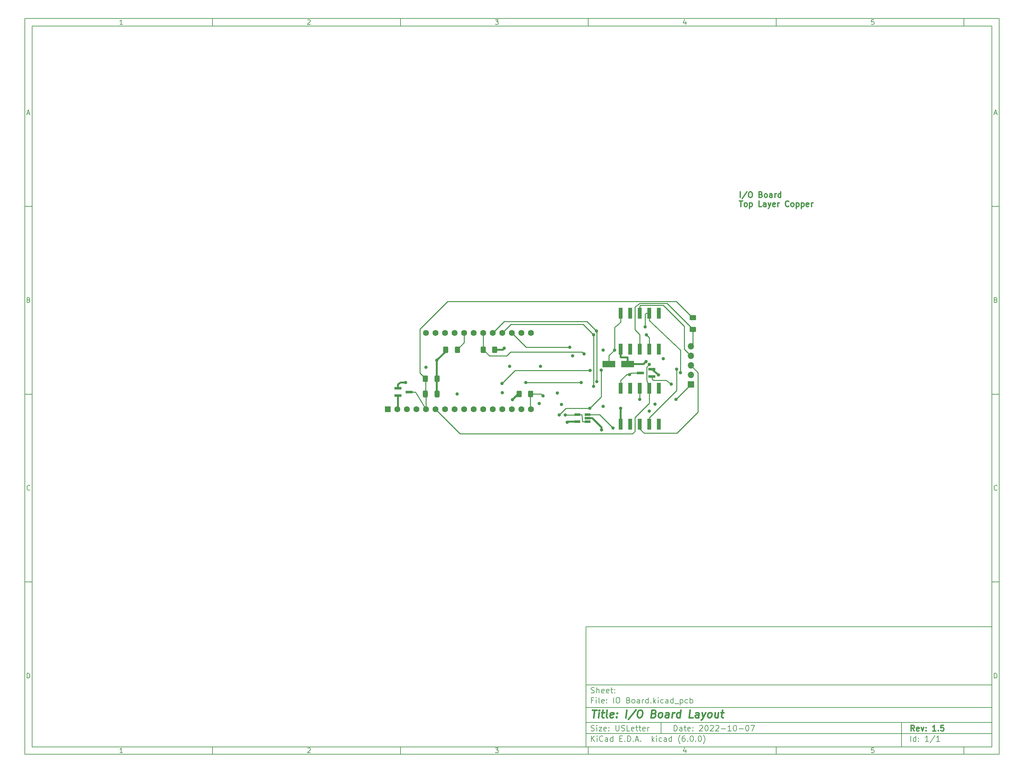
<source format=gbr>
G04 #@! TF.GenerationSoftware,KiCad,Pcbnew,(6.0.0)*
G04 #@! TF.CreationDate,2023-02-09T15:45:20-05:00*
G04 #@! TF.ProjectId,IO Board,494f2042-6f61-4726-942e-6b696361645f,1.5*
G04 #@! TF.SameCoordinates,Original*
G04 #@! TF.FileFunction,Copper,L1,Top*
G04 #@! TF.FilePolarity,Positive*
%FSLAX46Y46*%
G04 Gerber Fmt 4.6, Leading zero omitted, Abs format (unit mm)*
G04 Created by KiCad (PCBNEW (6.0.0)) date 2023-02-09 15:45:20*
%MOMM*%
%LPD*%
G01*
G04 APERTURE LIST*
G04 Aperture macros list*
%AMRoundRect*
0 Rectangle with rounded corners*
0 $1 Rounding radius*
0 $2 $3 $4 $5 $6 $7 $8 $9 X,Y pos of 4 corners*
0 Add a 4 corners polygon primitive as box body*
4,1,4,$2,$3,$4,$5,$6,$7,$8,$9,$2,$3,0*
0 Add four circle primitives for the rounded corners*
1,1,$1+$1,$2,$3*
1,1,$1+$1,$4,$5*
1,1,$1+$1,$6,$7*
1,1,$1+$1,$8,$9*
0 Add four rect primitives between the rounded corners*
20,1,$1+$1,$2,$3,$4,$5,0*
20,1,$1+$1,$4,$5,$6,$7,0*
20,1,$1+$1,$6,$7,$8,$9,0*
20,1,$1+$1,$8,$9,$2,$3,0*%
G04 Aperture macros list end*
%ADD10C,0.100000*%
%ADD11C,0.150000*%
%ADD12C,0.300000*%
%ADD13C,0.400000*%
G04 #@! TA.AperFunction,NonConductor*
%ADD14C,0.300000*%
G04 #@! TD*
G04 #@! TA.AperFunction,SMDPad,CuDef*
%ADD15R,1.900000X0.800000*%
G04 #@! TD*
G04 #@! TA.AperFunction,SMDPad,CuDef*
%ADD16RoundRect,0.250000X0.400000X0.625000X-0.400000X0.625000X-0.400000X-0.625000X0.400000X-0.625000X0*%
G04 #@! TD*
G04 #@! TA.AperFunction,SMDPad,CuDef*
%ADD17RoundRect,0.250000X-0.400000X-0.625000X0.400000X-0.625000X0.400000X0.625000X-0.400000X0.625000X0*%
G04 #@! TD*
G04 #@! TA.AperFunction,SMDPad,CuDef*
%ADD18RoundRect,0.250000X-0.625000X0.400000X-0.625000X-0.400000X0.625000X-0.400000X0.625000X0.400000X0*%
G04 #@! TD*
G04 #@! TA.AperFunction,ComponentPad*
%ADD19R,1.600000X1.600000*%
G04 #@! TD*
G04 #@! TA.AperFunction,ComponentPad*
%ADD20C,1.600000*%
G04 #@! TD*
G04 #@! TA.AperFunction,SMDPad,CuDef*
%ADD21RoundRect,0.250000X-0.412500X-0.650000X0.412500X-0.650000X0.412500X0.650000X-0.412500X0.650000X0*%
G04 #@! TD*
G04 #@! TA.AperFunction,ComponentPad*
%ADD22R,1.700000X1.700000*%
G04 #@! TD*
G04 #@! TA.AperFunction,ComponentPad*
%ADD23O,1.700000X1.700000*%
G04 #@! TD*
G04 #@! TA.AperFunction,SMDPad,CuDef*
%ADD24R,3.500000X1.800000*%
G04 #@! TD*
G04 #@! TA.AperFunction,SMDPad,CuDef*
%ADD25R,1.000000X3.000000*%
G04 #@! TD*
G04 #@! TA.AperFunction,SMDPad,CuDef*
%ADD26R,1.560000X0.650000*%
G04 #@! TD*
G04 #@! TA.AperFunction,ViaPad*
%ADD27C,0.889000*%
G04 #@! TD*
G04 #@! TA.AperFunction,Conductor*
%ADD28C,0.508000*%
G04 #@! TD*
G04 #@! TA.AperFunction,Conductor*
%ADD29C,0.254000*%
G04 #@! TD*
G04 APERTURE END LIST*
D10*
D11*
X159400000Y-171900000D02*
X159400000Y-203900000D01*
X267400000Y-203900000D01*
X267400000Y-171900000D01*
X159400000Y-171900000D01*
D10*
D11*
X10000000Y-10000000D02*
X10000000Y-205900000D01*
X269400000Y-205900000D01*
X269400000Y-10000000D01*
X10000000Y-10000000D01*
D10*
D11*
X12000000Y-12000000D02*
X12000000Y-203900000D01*
X267400000Y-203900000D01*
X267400000Y-12000000D01*
X12000000Y-12000000D01*
D10*
D11*
X60000000Y-12000000D02*
X60000000Y-10000000D01*
D10*
D11*
X110000000Y-12000000D02*
X110000000Y-10000000D01*
D10*
D11*
X160000000Y-12000000D02*
X160000000Y-10000000D01*
D10*
D11*
X210000000Y-12000000D02*
X210000000Y-10000000D01*
D10*
D11*
X260000000Y-12000000D02*
X260000000Y-10000000D01*
D10*
D11*
X36065476Y-11588095D02*
X35322619Y-11588095D01*
X35694047Y-11588095D02*
X35694047Y-10288095D01*
X35570238Y-10473809D01*
X35446428Y-10597619D01*
X35322619Y-10659523D01*
D10*
D11*
X85322619Y-10411904D02*
X85384523Y-10350000D01*
X85508333Y-10288095D01*
X85817857Y-10288095D01*
X85941666Y-10350000D01*
X86003571Y-10411904D01*
X86065476Y-10535714D01*
X86065476Y-10659523D01*
X86003571Y-10845238D01*
X85260714Y-11588095D01*
X86065476Y-11588095D01*
D10*
D11*
X135260714Y-10288095D02*
X136065476Y-10288095D01*
X135632142Y-10783333D01*
X135817857Y-10783333D01*
X135941666Y-10845238D01*
X136003571Y-10907142D01*
X136065476Y-11030952D01*
X136065476Y-11340476D01*
X136003571Y-11464285D01*
X135941666Y-11526190D01*
X135817857Y-11588095D01*
X135446428Y-11588095D01*
X135322619Y-11526190D01*
X135260714Y-11464285D01*
D10*
D11*
X185941666Y-10721428D02*
X185941666Y-11588095D01*
X185632142Y-10226190D02*
X185322619Y-11154761D01*
X186127380Y-11154761D01*
D10*
D11*
X236003571Y-10288095D02*
X235384523Y-10288095D01*
X235322619Y-10907142D01*
X235384523Y-10845238D01*
X235508333Y-10783333D01*
X235817857Y-10783333D01*
X235941666Y-10845238D01*
X236003571Y-10907142D01*
X236065476Y-11030952D01*
X236065476Y-11340476D01*
X236003571Y-11464285D01*
X235941666Y-11526190D01*
X235817857Y-11588095D01*
X235508333Y-11588095D01*
X235384523Y-11526190D01*
X235322619Y-11464285D01*
D10*
D11*
X60000000Y-203900000D02*
X60000000Y-205900000D01*
D10*
D11*
X110000000Y-203900000D02*
X110000000Y-205900000D01*
D10*
D11*
X160000000Y-203900000D02*
X160000000Y-205900000D01*
D10*
D11*
X210000000Y-203900000D02*
X210000000Y-205900000D01*
D10*
D11*
X260000000Y-203900000D02*
X260000000Y-205900000D01*
D10*
D11*
X36065476Y-205488095D02*
X35322619Y-205488095D01*
X35694047Y-205488095D02*
X35694047Y-204188095D01*
X35570238Y-204373809D01*
X35446428Y-204497619D01*
X35322619Y-204559523D01*
D10*
D11*
X85322619Y-204311904D02*
X85384523Y-204250000D01*
X85508333Y-204188095D01*
X85817857Y-204188095D01*
X85941666Y-204250000D01*
X86003571Y-204311904D01*
X86065476Y-204435714D01*
X86065476Y-204559523D01*
X86003571Y-204745238D01*
X85260714Y-205488095D01*
X86065476Y-205488095D01*
D10*
D11*
X135260714Y-204188095D02*
X136065476Y-204188095D01*
X135632142Y-204683333D01*
X135817857Y-204683333D01*
X135941666Y-204745238D01*
X136003571Y-204807142D01*
X136065476Y-204930952D01*
X136065476Y-205240476D01*
X136003571Y-205364285D01*
X135941666Y-205426190D01*
X135817857Y-205488095D01*
X135446428Y-205488095D01*
X135322619Y-205426190D01*
X135260714Y-205364285D01*
D10*
D11*
X185941666Y-204621428D02*
X185941666Y-205488095D01*
X185632142Y-204126190D02*
X185322619Y-205054761D01*
X186127380Y-205054761D01*
D10*
D11*
X236003571Y-204188095D02*
X235384523Y-204188095D01*
X235322619Y-204807142D01*
X235384523Y-204745238D01*
X235508333Y-204683333D01*
X235817857Y-204683333D01*
X235941666Y-204745238D01*
X236003571Y-204807142D01*
X236065476Y-204930952D01*
X236065476Y-205240476D01*
X236003571Y-205364285D01*
X235941666Y-205426190D01*
X235817857Y-205488095D01*
X235508333Y-205488095D01*
X235384523Y-205426190D01*
X235322619Y-205364285D01*
D10*
D11*
X10000000Y-60000000D02*
X12000000Y-60000000D01*
D10*
D11*
X10000000Y-110000000D02*
X12000000Y-110000000D01*
D10*
D11*
X10000000Y-160000000D02*
X12000000Y-160000000D01*
D10*
D11*
X10690476Y-35216666D02*
X11309523Y-35216666D01*
X10566666Y-35588095D02*
X11000000Y-34288095D01*
X11433333Y-35588095D01*
D10*
D11*
X11092857Y-84907142D02*
X11278571Y-84969047D01*
X11340476Y-85030952D01*
X11402380Y-85154761D01*
X11402380Y-85340476D01*
X11340476Y-85464285D01*
X11278571Y-85526190D01*
X11154761Y-85588095D01*
X10659523Y-85588095D01*
X10659523Y-84288095D01*
X11092857Y-84288095D01*
X11216666Y-84350000D01*
X11278571Y-84411904D01*
X11340476Y-84535714D01*
X11340476Y-84659523D01*
X11278571Y-84783333D01*
X11216666Y-84845238D01*
X11092857Y-84907142D01*
X10659523Y-84907142D01*
D10*
D11*
X11402380Y-135464285D02*
X11340476Y-135526190D01*
X11154761Y-135588095D01*
X11030952Y-135588095D01*
X10845238Y-135526190D01*
X10721428Y-135402380D01*
X10659523Y-135278571D01*
X10597619Y-135030952D01*
X10597619Y-134845238D01*
X10659523Y-134597619D01*
X10721428Y-134473809D01*
X10845238Y-134350000D01*
X11030952Y-134288095D01*
X11154761Y-134288095D01*
X11340476Y-134350000D01*
X11402380Y-134411904D01*
D10*
D11*
X10659523Y-185588095D02*
X10659523Y-184288095D01*
X10969047Y-184288095D01*
X11154761Y-184350000D01*
X11278571Y-184473809D01*
X11340476Y-184597619D01*
X11402380Y-184845238D01*
X11402380Y-185030952D01*
X11340476Y-185278571D01*
X11278571Y-185402380D01*
X11154761Y-185526190D01*
X10969047Y-185588095D01*
X10659523Y-185588095D01*
D10*
D11*
X269400000Y-60000000D02*
X267400000Y-60000000D01*
D10*
D11*
X269400000Y-110000000D02*
X267400000Y-110000000D01*
D10*
D11*
X269400000Y-160000000D02*
X267400000Y-160000000D01*
D10*
D11*
X268090476Y-35216666D02*
X268709523Y-35216666D01*
X267966666Y-35588095D02*
X268400000Y-34288095D01*
X268833333Y-35588095D01*
D10*
D11*
X268492857Y-84907142D02*
X268678571Y-84969047D01*
X268740476Y-85030952D01*
X268802380Y-85154761D01*
X268802380Y-85340476D01*
X268740476Y-85464285D01*
X268678571Y-85526190D01*
X268554761Y-85588095D01*
X268059523Y-85588095D01*
X268059523Y-84288095D01*
X268492857Y-84288095D01*
X268616666Y-84350000D01*
X268678571Y-84411904D01*
X268740476Y-84535714D01*
X268740476Y-84659523D01*
X268678571Y-84783333D01*
X268616666Y-84845238D01*
X268492857Y-84907142D01*
X268059523Y-84907142D01*
D10*
D11*
X268802380Y-135464285D02*
X268740476Y-135526190D01*
X268554761Y-135588095D01*
X268430952Y-135588095D01*
X268245238Y-135526190D01*
X268121428Y-135402380D01*
X268059523Y-135278571D01*
X267997619Y-135030952D01*
X267997619Y-134845238D01*
X268059523Y-134597619D01*
X268121428Y-134473809D01*
X268245238Y-134350000D01*
X268430952Y-134288095D01*
X268554761Y-134288095D01*
X268740476Y-134350000D01*
X268802380Y-134411904D01*
D10*
D11*
X268059523Y-185588095D02*
X268059523Y-184288095D01*
X268369047Y-184288095D01*
X268554761Y-184350000D01*
X268678571Y-184473809D01*
X268740476Y-184597619D01*
X268802380Y-184845238D01*
X268802380Y-185030952D01*
X268740476Y-185278571D01*
X268678571Y-185402380D01*
X268554761Y-185526190D01*
X268369047Y-185588095D01*
X268059523Y-185588095D01*
D10*
D11*
X182832142Y-199678571D02*
X182832142Y-198178571D01*
X183189285Y-198178571D01*
X183403571Y-198250000D01*
X183546428Y-198392857D01*
X183617857Y-198535714D01*
X183689285Y-198821428D01*
X183689285Y-199035714D01*
X183617857Y-199321428D01*
X183546428Y-199464285D01*
X183403571Y-199607142D01*
X183189285Y-199678571D01*
X182832142Y-199678571D01*
X184975000Y-199678571D02*
X184975000Y-198892857D01*
X184903571Y-198750000D01*
X184760714Y-198678571D01*
X184475000Y-198678571D01*
X184332142Y-198750000D01*
X184975000Y-199607142D02*
X184832142Y-199678571D01*
X184475000Y-199678571D01*
X184332142Y-199607142D01*
X184260714Y-199464285D01*
X184260714Y-199321428D01*
X184332142Y-199178571D01*
X184475000Y-199107142D01*
X184832142Y-199107142D01*
X184975000Y-199035714D01*
X185475000Y-198678571D02*
X186046428Y-198678571D01*
X185689285Y-198178571D02*
X185689285Y-199464285D01*
X185760714Y-199607142D01*
X185903571Y-199678571D01*
X186046428Y-199678571D01*
X187117857Y-199607142D02*
X186975000Y-199678571D01*
X186689285Y-199678571D01*
X186546428Y-199607142D01*
X186475000Y-199464285D01*
X186475000Y-198892857D01*
X186546428Y-198750000D01*
X186689285Y-198678571D01*
X186975000Y-198678571D01*
X187117857Y-198750000D01*
X187189285Y-198892857D01*
X187189285Y-199035714D01*
X186475000Y-199178571D01*
X187832142Y-199535714D02*
X187903571Y-199607142D01*
X187832142Y-199678571D01*
X187760714Y-199607142D01*
X187832142Y-199535714D01*
X187832142Y-199678571D01*
X187832142Y-198750000D02*
X187903571Y-198821428D01*
X187832142Y-198892857D01*
X187760714Y-198821428D01*
X187832142Y-198750000D01*
X187832142Y-198892857D01*
X189617857Y-198321428D02*
X189689285Y-198250000D01*
X189832142Y-198178571D01*
X190189285Y-198178571D01*
X190332142Y-198250000D01*
X190403571Y-198321428D01*
X190475000Y-198464285D01*
X190475000Y-198607142D01*
X190403571Y-198821428D01*
X189546428Y-199678571D01*
X190475000Y-199678571D01*
X191403571Y-198178571D02*
X191546428Y-198178571D01*
X191689285Y-198250000D01*
X191760714Y-198321428D01*
X191832142Y-198464285D01*
X191903571Y-198750000D01*
X191903571Y-199107142D01*
X191832142Y-199392857D01*
X191760714Y-199535714D01*
X191689285Y-199607142D01*
X191546428Y-199678571D01*
X191403571Y-199678571D01*
X191260714Y-199607142D01*
X191189285Y-199535714D01*
X191117857Y-199392857D01*
X191046428Y-199107142D01*
X191046428Y-198750000D01*
X191117857Y-198464285D01*
X191189285Y-198321428D01*
X191260714Y-198250000D01*
X191403571Y-198178571D01*
X192475000Y-198321428D02*
X192546428Y-198250000D01*
X192689285Y-198178571D01*
X193046428Y-198178571D01*
X193189285Y-198250000D01*
X193260714Y-198321428D01*
X193332142Y-198464285D01*
X193332142Y-198607142D01*
X193260714Y-198821428D01*
X192403571Y-199678571D01*
X193332142Y-199678571D01*
X193903571Y-198321428D02*
X193975000Y-198250000D01*
X194117857Y-198178571D01*
X194475000Y-198178571D01*
X194617857Y-198250000D01*
X194689285Y-198321428D01*
X194760714Y-198464285D01*
X194760714Y-198607142D01*
X194689285Y-198821428D01*
X193832142Y-199678571D01*
X194760714Y-199678571D01*
X195403571Y-199107142D02*
X196546428Y-199107142D01*
X198046428Y-199678571D02*
X197189285Y-199678571D01*
X197617857Y-199678571D02*
X197617857Y-198178571D01*
X197475000Y-198392857D01*
X197332142Y-198535714D01*
X197189285Y-198607142D01*
X198975000Y-198178571D02*
X199117857Y-198178571D01*
X199260714Y-198250000D01*
X199332142Y-198321428D01*
X199403571Y-198464285D01*
X199475000Y-198750000D01*
X199475000Y-199107142D01*
X199403571Y-199392857D01*
X199332142Y-199535714D01*
X199260714Y-199607142D01*
X199117857Y-199678571D01*
X198975000Y-199678571D01*
X198832142Y-199607142D01*
X198760714Y-199535714D01*
X198689285Y-199392857D01*
X198617857Y-199107142D01*
X198617857Y-198750000D01*
X198689285Y-198464285D01*
X198760714Y-198321428D01*
X198832142Y-198250000D01*
X198975000Y-198178571D01*
X200117857Y-199107142D02*
X201260714Y-199107142D01*
X202260714Y-198178571D02*
X202403571Y-198178571D01*
X202546428Y-198250000D01*
X202617857Y-198321428D01*
X202689285Y-198464285D01*
X202760714Y-198750000D01*
X202760714Y-199107142D01*
X202689285Y-199392857D01*
X202617857Y-199535714D01*
X202546428Y-199607142D01*
X202403571Y-199678571D01*
X202260714Y-199678571D01*
X202117857Y-199607142D01*
X202046428Y-199535714D01*
X201975000Y-199392857D01*
X201903571Y-199107142D01*
X201903571Y-198750000D01*
X201975000Y-198464285D01*
X202046428Y-198321428D01*
X202117857Y-198250000D01*
X202260714Y-198178571D01*
X203260714Y-198178571D02*
X204260714Y-198178571D01*
X203617857Y-199678571D01*
D10*
D11*
X159400000Y-200400000D02*
X267400000Y-200400000D01*
D10*
D11*
X160832142Y-202478571D02*
X160832142Y-200978571D01*
X161689285Y-202478571D02*
X161046428Y-201621428D01*
X161689285Y-200978571D02*
X160832142Y-201835714D01*
X162332142Y-202478571D02*
X162332142Y-201478571D01*
X162332142Y-200978571D02*
X162260714Y-201050000D01*
X162332142Y-201121428D01*
X162403571Y-201050000D01*
X162332142Y-200978571D01*
X162332142Y-201121428D01*
X163903571Y-202335714D02*
X163832142Y-202407142D01*
X163617857Y-202478571D01*
X163475000Y-202478571D01*
X163260714Y-202407142D01*
X163117857Y-202264285D01*
X163046428Y-202121428D01*
X162975000Y-201835714D01*
X162975000Y-201621428D01*
X163046428Y-201335714D01*
X163117857Y-201192857D01*
X163260714Y-201050000D01*
X163475000Y-200978571D01*
X163617857Y-200978571D01*
X163832142Y-201050000D01*
X163903571Y-201121428D01*
X165189285Y-202478571D02*
X165189285Y-201692857D01*
X165117857Y-201550000D01*
X164975000Y-201478571D01*
X164689285Y-201478571D01*
X164546428Y-201550000D01*
X165189285Y-202407142D02*
X165046428Y-202478571D01*
X164689285Y-202478571D01*
X164546428Y-202407142D01*
X164475000Y-202264285D01*
X164475000Y-202121428D01*
X164546428Y-201978571D01*
X164689285Y-201907142D01*
X165046428Y-201907142D01*
X165189285Y-201835714D01*
X166546428Y-202478571D02*
X166546428Y-200978571D01*
X166546428Y-202407142D02*
X166403571Y-202478571D01*
X166117857Y-202478571D01*
X165975000Y-202407142D01*
X165903571Y-202335714D01*
X165832142Y-202192857D01*
X165832142Y-201764285D01*
X165903571Y-201621428D01*
X165975000Y-201550000D01*
X166117857Y-201478571D01*
X166403571Y-201478571D01*
X166546428Y-201550000D01*
X168403571Y-201692857D02*
X168903571Y-201692857D01*
X169117857Y-202478571D02*
X168403571Y-202478571D01*
X168403571Y-200978571D01*
X169117857Y-200978571D01*
X169760714Y-202335714D02*
X169832142Y-202407142D01*
X169760714Y-202478571D01*
X169689285Y-202407142D01*
X169760714Y-202335714D01*
X169760714Y-202478571D01*
X170475000Y-202478571D02*
X170475000Y-200978571D01*
X170832142Y-200978571D01*
X171046428Y-201050000D01*
X171189285Y-201192857D01*
X171260714Y-201335714D01*
X171332142Y-201621428D01*
X171332142Y-201835714D01*
X171260714Y-202121428D01*
X171189285Y-202264285D01*
X171046428Y-202407142D01*
X170832142Y-202478571D01*
X170475000Y-202478571D01*
X171975000Y-202335714D02*
X172046428Y-202407142D01*
X171975000Y-202478571D01*
X171903571Y-202407142D01*
X171975000Y-202335714D01*
X171975000Y-202478571D01*
X172617857Y-202050000D02*
X173332142Y-202050000D01*
X172475000Y-202478571D02*
X172975000Y-200978571D01*
X173475000Y-202478571D01*
X173975000Y-202335714D02*
X174046428Y-202407142D01*
X173975000Y-202478571D01*
X173903571Y-202407142D01*
X173975000Y-202335714D01*
X173975000Y-202478571D01*
X176975000Y-202478571D02*
X176975000Y-200978571D01*
X177117857Y-201907142D02*
X177546428Y-202478571D01*
X177546428Y-201478571D02*
X176975000Y-202050000D01*
X178189285Y-202478571D02*
X178189285Y-201478571D01*
X178189285Y-200978571D02*
X178117857Y-201050000D01*
X178189285Y-201121428D01*
X178260714Y-201050000D01*
X178189285Y-200978571D01*
X178189285Y-201121428D01*
X179546428Y-202407142D02*
X179403571Y-202478571D01*
X179117857Y-202478571D01*
X178975000Y-202407142D01*
X178903571Y-202335714D01*
X178832142Y-202192857D01*
X178832142Y-201764285D01*
X178903571Y-201621428D01*
X178975000Y-201550000D01*
X179117857Y-201478571D01*
X179403571Y-201478571D01*
X179546428Y-201550000D01*
X180832142Y-202478571D02*
X180832142Y-201692857D01*
X180760714Y-201550000D01*
X180617857Y-201478571D01*
X180332142Y-201478571D01*
X180189285Y-201550000D01*
X180832142Y-202407142D02*
X180689285Y-202478571D01*
X180332142Y-202478571D01*
X180189285Y-202407142D01*
X180117857Y-202264285D01*
X180117857Y-202121428D01*
X180189285Y-201978571D01*
X180332142Y-201907142D01*
X180689285Y-201907142D01*
X180832142Y-201835714D01*
X182189285Y-202478571D02*
X182189285Y-200978571D01*
X182189285Y-202407142D02*
X182046428Y-202478571D01*
X181760714Y-202478571D01*
X181617857Y-202407142D01*
X181546428Y-202335714D01*
X181475000Y-202192857D01*
X181475000Y-201764285D01*
X181546428Y-201621428D01*
X181617857Y-201550000D01*
X181760714Y-201478571D01*
X182046428Y-201478571D01*
X182189285Y-201550000D01*
X184475000Y-203050000D02*
X184403571Y-202978571D01*
X184260714Y-202764285D01*
X184189285Y-202621428D01*
X184117857Y-202407142D01*
X184046428Y-202050000D01*
X184046428Y-201764285D01*
X184117857Y-201407142D01*
X184189285Y-201192857D01*
X184260714Y-201050000D01*
X184403571Y-200835714D01*
X184475000Y-200764285D01*
X185689285Y-200978571D02*
X185403571Y-200978571D01*
X185260714Y-201050000D01*
X185189285Y-201121428D01*
X185046428Y-201335714D01*
X184975000Y-201621428D01*
X184975000Y-202192857D01*
X185046428Y-202335714D01*
X185117857Y-202407142D01*
X185260714Y-202478571D01*
X185546428Y-202478571D01*
X185689285Y-202407142D01*
X185760714Y-202335714D01*
X185832142Y-202192857D01*
X185832142Y-201835714D01*
X185760714Y-201692857D01*
X185689285Y-201621428D01*
X185546428Y-201550000D01*
X185260714Y-201550000D01*
X185117857Y-201621428D01*
X185046428Y-201692857D01*
X184975000Y-201835714D01*
X186475000Y-202335714D02*
X186546428Y-202407142D01*
X186475000Y-202478571D01*
X186403571Y-202407142D01*
X186475000Y-202335714D01*
X186475000Y-202478571D01*
X187475000Y-200978571D02*
X187617857Y-200978571D01*
X187760714Y-201050000D01*
X187832142Y-201121428D01*
X187903571Y-201264285D01*
X187975000Y-201550000D01*
X187975000Y-201907142D01*
X187903571Y-202192857D01*
X187832142Y-202335714D01*
X187760714Y-202407142D01*
X187617857Y-202478571D01*
X187475000Y-202478571D01*
X187332142Y-202407142D01*
X187260714Y-202335714D01*
X187189285Y-202192857D01*
X187117857Y-201907142D01*
X187117857Y-201550000D01*
X187189285Y-201264285D01*
X187260714Y-201121428D01*
X187332142Y-201050000D01*
X187475000Y-200978571D01*
X188617857Y-202335714D02*
X188689285Y-202407142D01*
X188617857Y-202478571D01*
X188546428Y-202407142D01*
X188617857Y-202335714D01*
X188617857Y-202478571D01*
X189617857Y-200978571D02*
X189760714Y-200978571D01*
X189903571Y-201050000D01*
X189975000Y-201121428D01*
X190046428Y-201264285D01*
X190117857Y-201550000D01*
X190117857Y-201907142D01*
X190046428Y-202192857D01*
X189975000Y-202335714D01*
X189903571Y-202407142D01*
X189760714Y-202478571D01*
X189617857Y-202478571D01*
X189475000Y-202407142D01*
X189403571Y-202335714D01*
X189332142Y-202192857D01*
X189260714Y-201907142D01*
X189260714Y-201550000D01*
X189332142Y-201264285D01*
X189403571Y-201121428D01*
X189475000Y-201050000D01*
X189617857Y-200978571D01*
X190617857Y-203050000D02*
X190689285Y-202978571D01*
X190832142Y-202764285D01*
X190903571Y-202621428D01*
X190975000Y-202407142D01*
X191046428Y-202050000D01*
X191046428Y-201764285D01*
X190975000Y-201407142D01*
X190903571Y-201192857D01*
X190832142Y-201050000D01*
X190689285Y-200835714D01*
X190617857Y-200764285D01*
D10*
D11*
X159400000Y-197400000D02*
X267400000Y-197400000D01*
D10*
D12*
X246809285Y-199678571D02*
X246309285Y-198964285D01*
X245952142Y-199678571D02*
X245952142Y-198178571D01*
X246523571Y-198178571D01*
X246666428Y-198250000D01*
X246737857Y-198321428D01*
X246809285Y-198464285D01*
X246809285Y-198678571D01*
X246737857Y-198821428D01*
X246666428Y-198892857D01*
X246523571Y-198964285D01*
X245952142Y-198964285D01*
X248023571Y-199607142D02*
X247880714Y-199678571D01*
X247595000Y-199678571D01*
X247452142Y-199607142D01*
X247380714Y-199464285D01*
X247380714Y-198892857D01*
X247452142Y-198750000D01*
X247595000Y-198678571D01*
X247880714Y-198678571D01*
X248023571Y-198750000D01*
X248095000Y-198892857D01*
X248095000Y-199035714D01*
X247380714Y-199178571D01*
X248595000Y-198678571D02*
X248952142Y-199678571D01*
X249309285Y-198678571D01*
X249880714Y-199535714D02*
X249952142Y-199607142D01*
X249880714Y-199678571D01*
X249809285Y-199607142D01*
X249880714Y-199535714D01*
X249880714Y-199678571D01*
X249880714Y-198750000D02*
X249952142Y-198821428D01*
X249880714Y-198892857D01*
X249809285Y-198821428D01*
X249880714Y-198750000D01*
X249880714Y-198892857D01*
X252523571Y-199678571D02*
X251666428Y-199678571D01*
X252095000Y-199678571D02*
X252095000Y-198178571D01*
X251952142Y-198392857D01*
X251809285Y-198535714D01*
X251666428Y-198607142D01*
X253166428Y-199535714D02*
X253237857Y-199607142D01*
X253166428Y-199678571D01*
X253095000Y-199607142D01*
X253166428Y-199535714D01*
X253166428Y-199678571D01*
X254595000Y-198178571D02*
X253880714Y-198178571D01*
X253809285Y-198892857D01*
X253880714Y-198821428D01*
X254023571Y-198750000D01*
X254380714Y-198750000D01*
X254523571Y-198821428D01*
X254595000Y-198892857D01*
X254666428Y-199035714D01*
X254666428Y-199392857D01*
X254595000Y-199535714D01*
X254523571Y-199607142D01*
X254380714Y-199678571D01*
X254023571Y-199678571D01*
X253880714Y-199607142D01*
X253809285Y-199535714D01*
D10*
D11*
X160760714Y-199607142D02*
X160975000Y-199678571D01*
X161332142Y-199678571D01*
X161475000Y-199607142D01*
X161546428Y-199535714D01*
X161617857Y-199392857D01*
X161617857Y-199250000D01*
X161546428Y-199107142D01*
X161475000Y-199035714D01*
X161332142Y-198964285D01*
X161046428Y-198892857D01*
X160903571Y-198821428D01*
X160832142Y-198750000D01*
X160760714Y-198607142D01*
X160760714Y-198464285D01*
X160832142Y-198321428D01*
X160903571Y-198250000D01*
X161046428Y-198178571D01*
X161403571Y-198178571D01*
X161617857Y-198250000D01*
X162260714Y-199678571D02*
X162260714Y-198678571D01*
X162260714Y-198178571D02*
X162189285Y-198250000D01*
X162260714Y-198321428D01*
X162332142Y-198250000D01*
X162260714Y-198178571D01*
X162260714Y-198321428D01*
X162832142Y-198678571D02*
X163617857Y-198678571D01*
X162832142Y-199678571D01*
X163617857Y-199678571D01*
X164760714Y-199607142D02*
X164617857Y-199678571D01*
X164332142Y-199678571D01*
X164189285Y-199607142D01*
X164117857Y-199464285D01*
X164117857Y-198892857D01*
X164189285Y-198750000D01*
X164332142Y-198678571D01*
X164617857Y-198678571D01*
X164760714Y-198750000D01*
X164832142Y-198892857D01*
X164832142Y-199035714D01*
X164117857Y-199178571D01*
X165475000Y-199535714D02*
X165546428Y-199607142D01*
X165475000Y-199678571D01*
X165403571Y-199607142D01*
X165475000Y-199535714D01*
X165475000Y-199678571D01*
X165475000Y-198750000D02*
X165546428Y-198821428D01*
X165475000Y-198892857D01*
X165403571Y-198821428D01*
X165475000Y-198750000D01*
X165475000Y-198892857D01*
X167332142Y-198178571D02*
X167332142Y-199392857D01*
X167403571Y-199535714D01*
X167475000Y-199607142D01*
X167617857Y-199678571D01*
X167903571Y-199678571D01*
X168046428Y-199607142D01*
X168117857Y-199535714D01*
X168189285Y-199392857D01*
X168189285Y-198178571D01*
X168832142Y-199607142D02*
X169046428Y-199678571D01*
X169403571Y-199678571D01*
X169546428Y-199607142D01*
X169617857Y-199535714D01*
X169689285Y-199392857D01*
X169689285Y-199250000D01*
X169617857Y-199107142D01*
X169546428Y-199035714D01*
X169403571Y-198964285D01*
X169117857Y-198892857D01*
X168975000Y-198821428D01*
X168903571Y-198750000D01*
X168832142Y-198607142D01*
X168832142Y-198464285D01*
X168903571Y-198321428D01*
X168975000Y-198250000D01*
X169117857Y-198178571D01*
X169475000Y-198178571D01*
X169689285Y-198250000D01*
X171046428Y-199678571D02*
X170332142Y-199678571D01*
X170332142Y-198178571D01*
X172117857Y-199607142D02*
X171975000Y-199678571D01*
X171689285Y-199678571D01*
X171546428Y-199607142D01*
X171475000Y-199464285D01*
X171475000Y-198892857D01*
X171546428Y-198750000D01*
X171689285Y-198678571D01*
X171975000Y-198678571D01*
X172117857Y-198750000D01*
X172189285Y-198892857D01*
X172189285Y-199035714D01*
X171475000Y-199178571D01*
X172617857Y-198678571D02*
X173189285Y-198678571D01*
X172832142Y-198178571D02*
X172832142Y-199464285D01*
X172903571Y-199607142D01*
X173046428Y-199678571D01*
X173189285Y-199678571D01*
X173475000Y-198678571D02*
X174046428Y-198678571D01*
X173689285Y-198178571D02*
X173689285Y-199464285D01*
X173760714Y-199607142D01*
X173903571Y-199678571D01*
X174046428Y-199678571D01*
X175117857Y-199607142D02*
X174975000Y-199678571D01*
X174689285Y-199678571D01*
X174546428Y-199607142D01*
X174475000Y-199464285D01*
X174475000Y-198892857D01*
X174546428Y-198750000D01*
X174689285Y-198678571D01*
X174975000Y-198678571D01*
X175117857Y-198750000D01*
X175189285Y-198892857D01*
X175189285Y-199035714D01*
X174475000Y-199178571D01*
X175832142Y-199678571D02*
X175832142Y-198678571D01*
X175832142Y-198964285D02*
X175903571Y-198821428D01*
X175975000Y-198750000D01*
X176117857Y-198678571D01*
X176260714Y-198678571D01*
D10*
D11*
X245832142Y-202478571D02*
X245832142Y-200978571D01*
X247189285Y-202478571D02*
X247189285Y-200978571D01*
X247189285Y-202407142D02*
X247046428Y-202478571D01*
X246760714Y-202478571D01*
X246617857Y-202407142D01*
X246546428Y-202335714D01*
X246475000Y-202192857D01*
X246475000Y-201764285D01*
X246546428Y-201621428D01*
X246617857Y-201550000D01*
X246760714Y-201478571D01*
X247046428Y-201478571D01*
X247189285Y-201550000D01*
X247903571Y-202335714D02*
X247975000Y-202407142D01*
X247903571Y-202478571D01*
X247832142Y-202407142D01*
X247903571Y-202335714D01*
X247903571Y-202478571D01*
X247903571Y-201550000D02*
X247975000Y-201621428D01*
X247903571Y-201692857D01*
X247832142Y-201621428D01*
X247903571Y-201550000D01*
X247903571Y-201692857D01*
X250546428Y-202478571D02*
X249689285Y-202478571D01*
X250117857Y-202478571D02*
X250117857Y-200978571D01*
X249975000Y-201192857D01*
X249832142Y-201335714D01*
X249689285Y-201407142D01*
X252260714Y-200907142D02*
X250975000Y-202835714D01*
X253546428Y-202478571D02*
X252689285Y-202478571D01*
X253117857Y-202478571D02*
X253117857Y-200978571D01*
X252975000Y-201192857D01*
X252832142Y-201335714D01*
X252689285Y-201407142D01*
D10*
D11*
X159400000Y-193400000D02*
X267400000Y-193400000D01*
D10*
D13*
X161112380Y-194104761D02*
X162255238Y-194104761D01*
X161433809Y-196104761D02*
X161683809Y-194104761D01*
X162671904Y-196104761D02*
X162838571Y-194771428D01*
X162921904Y-194104761D02*
X162814761Y-194200000D01*
X162898095Y-194295238D01*
X163005238Y-194200000D01*
X162921904Y-194104761D01*
X162898095Y-194295238D01*
X163505238Y-194771428D02*
X164267142Y-194771428D01*
X163874285Y-194104761D02*
X163660000Y-195819047D01*
X163731428Y-196009523D01*
X163910000Y-196104761D01*
X164100476Y-196104761D01*
X165052857Y-196104761D02*
X164874285Y-196009523D01*
X164802857Y-195819047D01*
X165017142Y-194104761D01*
X166588571Y-196009523D02*
X166386190Y-196104761D01*
X166005238Y-196104761D01*
X165826666Y-196009523D01*
X165755238Y-195819047D01*
X165850476Y-195057142D01*
X165969523Y-194866666D01*
X166171904Y-194771428D01*
X166552857Y-194771428D01*
X166731428Y-194866666D01*
X166802857Y-195057142D01*
X166779047Y-195247619D01*
X165802857Y-195438095D01*
X167552857Y-195914285D02*
X167636190Y-196009523D01*
X167529047Y-196104761D01*
X167445714Y-196009523D01*
X167552857Y-195914285D01*
X167529047Y-196104761D01*
X167683809Y-194866666D02*
X167767142Y-194961904D01*
X167660000Y-195057142D01*
X167576666Y-194961904D01*
X167683809Y-194866666D01*
X167660000Y-195057142D01*
X170005238Y-196104761D02*
X170255238Y-194104761D01*
X172648095Y-194009523D02*
X170612380Y-196580952D01*
X173683809Y-194104761D02*
X174064761Y-194104761D01*
X174243333Y-194200000D01*
X174410000Y-194390476D01*
X174457619Y-194771428D01*
X174374285Y-195438095D01*
X174231428Y-195819047D01*
X174017142Y-196009523D01*
X173814761Y-196104761D01*
X173433809Y-196104761D01*
X173255238Y-196009523D01*
X173088571Y-195819047D01*
X173040952Y-195438095D01*
X173124285Y-194771428D01*
X173267142Y-194390476D01*
X173481428Y-194200000D01*
X173683809Y-194104761D01*
X177469523Y-195057142D02*
X177743333Y-195152380D01*
X177826666Y-195247619D01*
X177898095Y-195438095D01*
X177862380Y-195723809D01*
X177743333Y-195914285D01*
X177636190Y-196009523D01*
X177433809Y-196104761D01*
X176671904Y-196104761D01*
X176921904Y-194104761D01*
X177588571Y-194104761D01*
X177767142Y-194200000D01*
X177850476Y-194295238D01*
X177921904Y-194485714D01*
X177898095Y-194676190D01*
X177779047Y-194866666D01*
X177671904Y-194961904D01*
X177469523Y-195057142D01*
X176802857Y-195057142D01*
X178957619Y-196104761D02*
X178779047Y-196009523D01*
X178695714Y-195914285D01*
X178624285Y-195723809D01*
X178695714Y-195152380D01*
X178814761Y-194961904D01*
X178921904Y-194866666D01*
X179124285Y-194771428D01*
X179410000Y-194771428D01*
X179588571Y-194866666D01*
X179671904Y-194961904D01*
X179743333Y-195152380D01*
X179671904Y-195723809D01*
X179552857Y-195914285D01*
X179445714Y-196009523D01*
X179243333Y-196104761D01*
X178957619Y-196104761D01*
X181338571Y-196104761D02*
X181469523Y-195057142D01*
X181398095Y-194866666D01*
X181219523Y-194771428D01*
X180838571Y-194771428D01*
X180636190Y-194866666D01*
X181350476Y-196009523D02*
X181148095Y-196104761D01*
X180671904Y-196104761D01*
X180493333Y-196009523D01*
X180421904Y-195819047D01*
X180445714Y-195628571D01*
X180564761Y-195438095D01*
X180767142Y-195342857D01*
X181243333Y-195342857D01*
X181445714Y-195247619D01*
X182290952Y-196104761D02*
X182457619Y-194771428D01*
X182410000Y-195152380D02*
X182529047Y-194961904D01*
X182636190Y-194866666D01*
X182838571Y-194771428D01*
X183029047Y-194771428D01*
X184386190Y-196104761D02*
X184636190Y-194104761D01*
X184398095Y-196009523D02*
X184195714Y-196104761D01*
X183814761Y-196104761D01*
X183636190Y-196009523D01*
X183552857Y-195914285D01*
X183481428Y-195723809D01*
X183552857Y-195152380D01*
X183671904Y-194961904D01*
X183779047Y-194866666D01*
X183981428Y-194771428D01*
X184362380Y-194771428D01*
X184540952Y-194866666D01*
X187814761Y-196104761D02*
X186862380Y-196104761D01*
X187112380Y-194104761D01*
X189338571Y-196104761D02*
X189469523Y-195057142D01*
X189398095Y-194866666D01*
X189219523Y-194771428D01*
X188838571Y-194771428D01*
X188636190Y-194866666D01*
X189350476Y-196009523D02*
X189148095Y-196104761D01*
X188671904Y-196104761D01*
X188493333Y-196009523D01*
X188421904Y-195819047D01*
X188445714Y-195628571D01*
X188564761Y-195438095D01*
X188767142Y-195342857D01*
X189243333Y-195342857D01*
X189445714Y-195247619D01*
X190267142Y-194771428D02*
X190576666Y-196104761D01*
X191219523Y-194771428D02*
X190576666Y-196104761D01*
X190326666Y-196580952D01*
X190219523Y-196676190D01*
X190017142Y-196771428D01*
X192100476Y-196104761D02*
X191921904Y-196009523D01*
X191838571Y-195914285D01*
X191767142Y-195723809D01*
X191838571Y-195152380D01*
X191957619Y-194961904D01*
X192064761Y-194866666D01*
X192267142Y-194771428D01*
X192552857Y-194771428D01*
X192731428Y-194866666D01*
X192814761Y-194961904D01*
X192886190Y-195152380D01*
X192814761Y-195723809D01*
X192695714Y-195914285D01*
X192588571Y-196009523D01*
X192386190Y-196104761D01*
X192100476Y-196104761D01*
X194648095Y-194771428D02*
X194481428Y-196104761D01*
X193790952Y-194771428D02*
X193660000Y-195819047D01*
X193731428Y-196009523D01*
X193910000Y-196104761D01*
X194195714Y-196104761D01*
X194398095Y-196009523D01*
X194505238Y-195914285D01*
X195314761Y-194771428D02*
X196076666Y-194771428D01*
X195683809Y-194104761D02*
X195469523Y-195819047D01*
X195540952Y-196009523D01*
X195719523Y-196104761D01*
X195910000Y-196104761D01*
D10*
D11*
X161332142Y-191492857D02*
X160832142Y-191492857D01*
X160832142Y-192278571D02*
X160832142Y-190778571D01*
X161546428Y-190778571D01*
X162117857Y-192278571D02*
X162117857Y-191278571D01*
X162117857Y-190778571D02*
X162046428Y-190850000D01*
X162117857Y-190921428D01*
X162189285Y-190850000D01*
X162117857Y-190778571D01*
X162117857Y-190921428D01*
X163046428Y-192278571D02*
X162903571Y-192207142D01*
X162832142Y-192064285D01*
X162832142Y-190778571D01*
X164189285Y-192207142D02*
X164046428Y-192278571D01*
X163760714Y-192278571D01*
X163617857Y-192207142D01*
X163546428Y-192064285D01*
X163546428Y-191492857D01*
X163617857Y-191350000D01*
X163760714Y-191278571D01*
X164046428Y-191278571D01*
X164189285Y-191350000D01*
X164260714Y-191492857D01*
X164260714Y-191635714D01*
X163546428Y-191778571D01*
X164903571Y-192135714D02*
X164975000Y-192207142D01*
X164903571Y-192278571D01*
X164832142Y-192207142D01*
X164903571Y-192135714D01*
X164903571Y-192278571D01*
X164903571Y-191350000D02*
X164975000Y-191421428D01*
X164903571Y-191492857D01*
X164832142Y-191421428D01*
X164903571Y-191350000D01*
X164903571Y-191492857D01*
X166760714Y-192278571D02*
X166760714Y-190778571D01*
X167760714Y-190778571D02*
X168046428Y-190778571D01*
X168189285Y-190850000D01*
X168332142Y-190992857D01*
X168403571Y-191278571D01*
X168403571Y-191778571D01*
X168332142Y-192064285D01*
X168189285Y-192207142D01*
X168046428Y-192278571D01*
X167760714Y-192278571D01*
X167617857Y-192207142D01*
X167475000Y-192064285D01*
X167403571Y-191778571D01*
X167403571Y-191278571D01*
X167475000Y-190992857D01*
X167617857Y-190850000D01*
X167760714Y-190778571D01*
X170689285Y-191492857D02*
X170903571Y-191564285D01*
X170975000Y-191635714D01*
X171046428Y-191778571D01*
X171046428Y-191992857D01*
X170975000Y-192135714D01*
X170903571Y-192207142D01*
X170760714Y-192278571D01*
X170189285Y-192278571D01*
X170189285Y-190778571D01*
X170689285Y-190778571D01*
X170832142Y-190850000D01*
X170903571Y-190921428D01*
X170975000Y-191064285D01*
X170975000Y-191207142D01*
X170903571Y-191350000D01*
X170832142Y-191421428D01*
X170689285Y-191492857D01*
X170189285Y-191492857D01*
X171903571Y-192278571D02*
X171760714Y-192207142D01*
X171689285Y-192135714D01*
X171617857Y-191992857D01*
X171617857Y-191564285D01*
X171689285Y-191421428D01*
X171760714Y-191350000D01*
X171903571Y-191278571D01*
X172117857Y-191278571D01*
X172260714Y-191350000D01*
X172332142Y-191421428D01*
X172403571Y-191564285D01*
X172403571Y-191992857D01*
X172332142Y-192135714D01*
X172260714Y-192207142D01*
X172117857Y-192278571D01*
X171903571Y-192278571D01*
X173689285Y-192278571D02*
X173689285Y-191492857D01*
X173617857Y-191350000D01*
X173475000Y-191278571D01*
X173189285Y-191278571D01*
X173046428Y-191350000D01*
X173689285Y-192207142D02*
X173546428Y-192278571D01*
X173189285Y-192278571D01*
X173046428Y-192207142D01*
X172975000Y-192064285D01*
X172975000Y-191921428D01*
X173046428Y-191778571D01*
X173189285Y-191707142D01*
X173546428Y-191707142D01*
X173689285Y-191635714D01*
X174403571Y-192278571D02*
X174403571Y-191278571D01*
X174403571Y-191564285D02*
X174475000Y-191421428D01*
X174546428Y-191350000D01*
X174689285Y-191278571D01*
X174832142Y-191278571D01*
X175975000Y-192278571D02*
X175975000Y-190778571D01*
X175975000Y-192207142D02*
X175832142Y-192278571D01*
X175546428Y-192278571D01*
X175403571Y-192207142D01*
X175332142Y-192135714D01*
X175260714Y-191992857D01*
X175260714Y-191564285D01*
X175332142Y-191421428D01*
X175403571Y-191350000D01*
X175546428Y-191278571D01*
X175832142Y-191278571D01*
X175975000Y-191350000D01*
X176689285Y-192135714D02*
X176760714Y-192207142D01*
X176689285Y-192278571D01*
X176617857Y-192207142D01*
X176689285Y-192135714D01*
X176689285Y-192278571D01*
X177403571Y-192278571D02*
X177403571Y-190778571D01*
X177546428Y-191707142D02*
X177975000Y-192278571D01*
X177975000Y-191278571D02*
X177403571Y-191850000D01*
X178617857Y-192278571D02*
X178617857Y-191278571D01*
X178617857Y-190778571D02*
X178546428Y-190850000D01*
X178617857Y-190921428D01*
X178689285Y-190850000D01*
X178617857Y-190778571D01*
X178617857Y-190921428D01*
X179975000Y-192207142D02*
X179832142Y-192278571D01*
X179546428Y-192278571D01*
X179403571Y-192207142D01*
X179332142Y-192135714D01*
X179260714Y-191992857D01*
X179260714Y-191564285D01*
X179332142Y-191421428D01*
X179403571Y-191350000D01*
X179546428Y-191278571D01*
X179832142Y-191278571D01*
X179975000Y-191350000D01*
X181260714Y-192278571D02*
X181260714Y-191492857D01*
X181189285Y-191350000D01*
X181046428Y-191278571D01*
X180760714Y-191278571D01*
X180617857Y-191350000D01*
X181260714Y-192207142D02*
X181117857Y-192278571D01*
X180760714Y-192278571D01*
X180617857Y-192207142D01*
X180546428Y-192064285D01*
X180546428Y-191921428D01*
X180617857Y-191778571D01*
X180760714Y-191707142D01*
X181117857Y-191707142D01*
X181260714Y-191635714D01*
X182617857Y-192278571D02*
X182617857Y-190778571D01*
X182617857Y-192207142D02*
X182475000Y-192278571D01*
X182189285Y-192278571D01*
X182046428Y-192207142D01*
X181975000Y-192135714D01*
X181903571Y-191992857D01*
X181903571Y-191564285D01*
X181975000Y-191421428D01*
X182046428Y-191350000D01*
X182189285Y-191278571D01*
X182475000Y-191278571D01*
X182617857Y-191350000D01*
X182975000Y-192421428D02*
X184117857Y-192421428D01*
X184475000Y-191278571D02*
X184475000Y-192778571D01*
X184475000Y-191350000D02*
X184617857Y-191278571D01*
X184903571Y-191278571D01*
X185046428Y-191350000D01*
X185117857Y-191421428D01*
X185189285Y-191564285D01*
X185189285Y-191992857D01*
X185117857Y-192135714D01*
X185046428Y-192207142D01*
X184903571Y-192278571D01*
X184617857Y-192278571D01*
X184475000Y-192207142D01*
X186475000Y-192207142D02*
X186332142Y-192278571D01*
X186046428Y-192278571D01*
X185903571Y-192207142D01*
X185832142Y-192135714D01*
X185760714Y-191992857D01*
X185760714Y-191564285D01*
X185832142Y-191421428D01*
X185903571Y-191350000D01*
X186046428Y-191278571D01*
X186332142Y-191278571D01*
X186475000Y-191350000D01*
X187117857Y-192278571D02*
X187117857Y-190778571D01*
X187117857Y-191350000D02*
X187260714Y-191278571D01*
X187546428Y-191278571D01*
X187689285Y-191350000D01*
X187760714Y-191421428D01*
X187832142Y-191564285D01*
X187832142Y-191992857D01*
X187760714Y-192135714D01*
X187689285Y-192207142D01*
X187546428Y-192278571D01*
X187260714Y-192278571D01*
X187117857Y-192207142D01*
D10*
D11*
X159400000Y-187400000D02*
X267400000Y-187400000D01*
D10*
D11*
X160760714Y-189507142D02*
X160975000Y-189578571D01*
X161332142Y-189578571D01*
X161475000Y-189507142D01*
X161546428Y-189435714D01*
X161617857Y-189292857D01*
X161617857Y-189150000D01*
X161546428Y-189007142D01*
X161475000Y-188935714D01*
X161332142Y-188864285D01*
X161046428Y-188792857D01*
X160903571Y-188721428D01*
X160832142Y-188650000D01*
X160760714Y-188507142D01*
X160760714Y-188364285D01*
X160832142Y-188221428D01*
X160903571Y-188150000D01*
X161046428Y-188078571D01*
X161403571Y-188078571D01*
X161617857Y-188150000D01*
X162260714Y-189578571D02*
X162260714Y-188078571D01*
X162903571Y-189578571D02*
X162903571Y-188792857D01*
X162832142Y-188650000D01*
X162689285Y-188578571D01*
X162475000Y-188578571D01*
X162332142Y-188650000D01*
X162260714Y-188721428D01*
X164189285Y-189507142D02*
X164046428Y-189578571D01*
X163760714Y-189578571D01*
X163617857Y-189507142D01*
X163546428Y-189364285D01*
X163546428Y-188792857D01*
X163617857Y-188650000D01*
X163760714Y-188578571D01*
X164046428Y-188578571D01*
X164189285Y-188650000D01*
X164260714Y-188792857D01*
X164260714Y-188935714D01*
X163546428Y-189078571D01*
X165475000Y-189507142D02*
X165332142Y-189578571D01*
X165046428Y-189578571D01*
X164903571Y-189507142D01*
X164832142Y-189364285D01*
X164832142Y-188792857D01*
X164903571Y-188650000D01*
X165046428Y-188578571D01*
X165332142Y-188578571D01*
X165475000Y-188650000D01*
X165546428Y-188792857D01*
X165546428Y-188935714D01*
X164832142Y-189078571D01*
X165975000Y-188578571D02*
X166546428Y-188578571D01*
X166189285Y-188078571D02*
X166189285Y-189364285D01*
X166260714Y-189507142D01*
X166403571Y-189578571D01*
X166546428Y-189578571D01*
X167046428Y-189435714D02*
X167117857Y-189507142D01*
X167046428Y-189578571D01*
X166975000Y-189507142D01*
X167046428Y-189435714D01*
X167046428Y-189578571D01*
X167046428Y-188650000D02*
X167117857Y-188721428D01*
X167046428Y-188792857D01*
X166975000Y-188721428D01*
X167046428Y-188650000D01*
X167046428Y-188792857D01*
D10*
D12*
D10*
D11*
D10*
D11*
D10*
D11*
D10*
D11*
D10*
D11*
X179400000Y-197400000D02*
X179400000Y-200400000D01*
D10*
D11*
X243400000Y-197400000D02*
X243400000Y-203900000D01*
D12*
D14*
X200450142Y-57637071D02*
X200450142Y-56137071D01*
X202235857Y-56065642D02*
X200950142Y-57994214D01*
X203021571Y-56137071D02*
X203307285Y-56137071D01*
X203450142Y-56208500D01*
X203593000Y-56351357D01*
X203664428Y-56637071D01*
X203664428Y-57137071D01*
X203593000Y-57422785D01*
X203450142Y-57565642D01*
X203307285Y-57637071D01*
X203021571Y-57637071D01*
X202878714Y-57565642D01*
X202735857Y-57422785D01*
X202664428Y-57137071D01*
X202664428Y-56637071D01*
X202735857Y-56351357D01*
X202878714Y-56208500D01*
X203021571Y-56137071D01*
X205950142Y-56851357D02*
X206164428Y-56922785D01*
X206235857Y-56994214D01*
X206307285Y-57137071D01*
X206307285Y-57351357D01*
X206235857Y-57494214D01*
X206164428Y-57565642D01*
X206021571Y-57637071D01*
X205450142Y-57637071D01*
X205450142Y-56137071D01*
X205950142Y-56137071D01*
X206093000Y-56208500D01*
X206164428Y-56279928D01*
X206235857Y-56422785D01*
X206235857Y-56565642D01*
X206164428Y-56708500D01*
X206093000Y-56779928D01*
X205950142Y-56851357D01*
X205450142Y-56851357D01*
X207164428Y-57637071D02*
X207021571Y-57565642D01*
X206950142Y-57494214D01*
X206878714Y-57351357D01*
X206878714Y-56922785D01*
X206950142Y-56779928D01*
X207021571Y-56708500D01*
X207164428Y-56637071D01*
X207378714Y-56637071D01*
X207521571Y-56708500D01*
X207593000Y-56779928D01*
X207664428Y-56922785D01*
X207664428Y-57351357D01*
X207593000Y-57494214D01*
X207521571Y-57565642D01*
X207378714Y-57637071D01*
X207164428Y-57637071D01*
X208950142Y-57637071D02*
X208950142Y-56851357D01*
X208878714Y-56708500D01*
X208735857Y-56637071D01*
X208450142Y-56637071D01*
X208307285Y-56708500D01*
X208950142Y-57565642D02*
X208807285Y-57637071D01*
X208450142Y-57637071D01*
X208307285Y-57565642D01*
X208235857Y-57422785D01*
X208235857Y-57279928D01*
X208307285Y-57137071D01*
X208450142Y-57065642D01*
X208807285Y-57065642D01*
X208950142Y-56994214D01*
X209664428Y-57637071D02*
X209664428Y-56637071D01*
X209664428Y-56922785D02*
X209735857Y-56779928D01*
X209807285Y-56708500D01*
X209950142Y-56637071D01*
X210093000Y-56637071D01*
X211235857Y-57637071D02*
X211235857Y-56137071D01*
X211235857Y-57565642D02*
X211093000Y-57637071D01*
X210807285Y-57637071D01*
X210664428Y-57565642D01*
X210593000Y-57494214D01*
X210521571Y-57351357D01*
X210521571Y-56922785D01*
X210593000Y-56779928D01*
X210664428Y-56708500D01*
X210807285Y-56637071D01*
X211093000Y-56637071D01*
X211235857Y-56708500D01*
X200235857Y-58552071D02*
X201093000Y-58552071D01*
X200664428Y-60052071D02*
X200664428Y-58552071D01*
X201807285Y-60052071D02*
X201664428Y-59980642D01*
X201593000Y-59909214D01*
X201521571Y-59766357D01*
X201521571Y-59337785D01*
X201593000Y-59194928D01*
X201664428Y-59123500D01*
X201807285Y-59052071D01*
X202021571Y-59052071D01*
X202164428Y-59123500D01*
X202235857Y-59194928D01*
X202307285Y-59337785D01*
X202307285Y-59766357D01*
X202235857Y-59909214D01*
X202164428Y-59980642D01*
X202021571Y-60052071D01*
X201807285Y-60052071D01*
X202950142Y-59052071D02*
X202950142Y-60552071D01*
X202950142Y-59123500D02*
X203093000Y-59052071D01*
X203378714Y-59052071D01*
X203521571Y-59123500D01*
X203593000Y-59194928D01*
X203664428Y-59337785D01*
X203664428Y-59766357D01*
X203593000Y-59909214D01*
X203521571Y-59980642D01*
X203378714Y-60052071D01*
X203093000Y-60052071D01*
X202950142Y-59980642D01*
X206164428Y-60052071D02*
X205450142Y-60052071D01*
X205450142Y-58552071D01*
X207307285Y-60052071D02*
X207307285Y-59266357D01*
X207235857Y-59123500D01*
X207093000Y-59052071D01*
X206807285Y-59052071D01*
X206664428Y-59123500D01*
X207307285Y-59980642D02*
X207164428Y-60052071D01*
X206807285Y-60052071D01*
X206664428Y-59980642D01*
X206593000Y-59837785D01*
X206593000Y-59694928D01*
X206664428Y-59552071D01*
X206807285Y-59480642D01*
X207164428Y-59480642D01*
X207307285Y-59409214D01*
X207878714Y-59052071D02*
X208235857Y-60052071D01*
X208593000Y-59052071D02*
X208235857Y-60052071D01*
X208093000Y-60409214D01*
X208021571Y-60480642D01*
X207878714Y-60552071D01*
X209735857Y-59980642D02*
X209593000Y-60052071D01*
X209307285Y-60052071D01*
X209164428Y-59980642D01*
X209093000Y-59837785D01*
X209093000Y-59266357D01*
X209164428Y-59123500D01*
X209307285Y-59052071D01*
X209593000Y-59052071D01*
X209735857Y-59123500D01*
X209807285Y-59266357D01*
X209807285Y-59409214D01*
X209093000Y-59552071D01*
X210450142Y-60052071D02*
X210450142Y-59052071D01*
X210450142Y-59337785D02*
X210521571Y-59194928D01*
X210593000Y-59123500D01*
X210735857Y-59052071D01*
X210878714Y-59052071D01*
X213378714Y-59909214D02*
X213307285Y-59980642D01*
X213093000Y-60052071D01*
X212950142Y-60052071D01*
X212735857Y-59980642D01*
X212593000Y-59837785D01*
X212521571Y-59694928D01*
X212450142Y-59409214D01*
X212450142Y-59194928D01*
X212521571Y-58909214D01*
X212593000Y-58766357D01*
X212735857Y-58623500D01*
X212950142Y-58552071D01*
X213093000Y-58552071D01*
X213307285Y-58623500D01*
X213378714Y-58694928D01*
X214235857Y-60052071D02*
X214093000Y-59980642D01*
X214021571Y-59909214D01*
X213950142Y-59766357D01*
X213950142Y-59337785D01*
X214021571Y-59194928D01*
X214093000Y-59123500D01*
X214235857Y-59052071D01*
X214450142Y-59052071D01*
X214593000Y-59123500D01*
X214664428Y-59194928D01*
X214735857Y-59337785D01*
X214735857Y-59766357D01*
X214664428Y-59909214D01*
X214593000Y-59980642D01*
X214450142Y-60052071D01*
X214235857Y-60052071D01*
X215378714Y-59052071D02*
X215378714Y-60552071D01*
X215378714Y-59123500D02*
X215521571Y-59052071D01*
X215807285Y-59052071D01*
X215950142Y-59123500D01*
X216021571Y-59194928D01*
X216093000Y-59337785D01*
X216093000Y-59766357D01*
X216021571Y-59909214D01*
X215950142Y-59980642D01*
X215807285Y-60052071D01*
X215521571Y-60052071D01*
X215378714Y-59980642D01*
X216735857Y-59052071D02*
X216735857Y-60552071D01*
X216735857Y-59123500D02*
X216878714Y-59052071D01*
X217164428Y-59052071D01*
X217307285Y-59123500D01*
X217378714Y-59194928D01*
X217450142Y-59337785D01*
X217450142Y-59766357D01*
X217378714Y-59909214D01*
X217307285Y-59980642D01*
X217164428Y-60052071D01*
X216878714Y-60052071D01*
X216735857Y-59980642D01*
X218664428Y-59980642D02*
X218521571Y-60052071D01*
X218235857Y-60052071D01*
X218093000Y-59980642D01*
X218021571Y-59837785D01*
X218021571Y-59266357D01*
X218093000Y-59123500D01*
X218235857Y-59052071D01*
X218521571Y-59052071D01*
X218664428Y-59123500D01*
X218735857Y-59266357D01*
X218735857Y-59409214D01*
X218021571Y-59552071D01*
X219378714Y-60052071D02*
X219378714Y-59052071D01*
X219378714Y-59337785D02*
X219450142Y-59194928D01*
X219521571Y-59123500D01*
X219664428Y-59052071D01*
X219807285Y-59052071D01*
D15*
X176911000Y-105278000D03*
X176911000Y-103378000D03*
X173911000Y-104328000D03*
D16*
X144679000Y-109982000D03*
X141579000Y-109982000D03*
D17*
X132017500Y-98171000D03*
X135117500Y-98171000D03*
D18*
X187833000Y-89672500D03*
X187833000Y-92772500D03*
D19*
X106680000Y-114046000D03*
D20*
X109220000Y-114046000D03*
X111760000Y-114046000D03*
X114300000Y-114046000D03*
X116840000Y-114046000D03*
X119380000Y-114046000D03*
X121920000Y-114046000D03*
X124460000Y-114046000D03*
X127000000Y-114046000D03*
X129540000Y-114046000D03*
X132080000Y-114046000D03*
X134620000Y-114046000D03*
X137160000Y-114046000D03*
X139700000Y-114046000D03*
X142240000Y-114046000D03*
X144780000Y-114046000D03*
X144780000Y-93726000D03*
X142240000Y-93726000D03*
X139700000Y-93726000D03*
X137160000Y-93726000D03*
X134620000Y-93726000D03*
X132080000Y-93726000D03*
X129540000Y-93726000D03*
X127000000Y-93726000D03*
X124460000Y-93726000D03*
X121920000Y-93726000D03*
X119380000Y-93726000D03*
X116840000Y-93726000D03*
D21*
X116638000Y-109982000D03*
X119763000Y-109982000D03*
D22*
X187325000Y-107442000D03*
D23*
X187325000Y-104902000D03*
X187325000Y-102362000D03*
X187325000Y-99822000D03*
X187325000Y-97282000D03*
D16*
X119750500Y-105918000D03*
X116650500Y-105918000D03*
D24*
X170500000Y-102000000D03*
X165500000Y-102000000D03*
D25*
X168656000Y-98044000D03*
X171196000Y-98044000D03*
X173736000Y-98044000D03*
X176276000Y-98044000D03*
X178816000Y-98044000D03*
X178816000Y-88484000D03*
X176276000Y-88484000D03*
X173736000Y-88484000D03*
X171196000Y-88484000D03*
X168656000Y-88484000D03*
X168656000Y-118018000D03*
X171196000Y-118018000D03*
X173736000Y-118018000D03*
X176276000Y-118018000D03*
X178816000Y-118018000D03*
X178816000Y-108458000D03*
X176276000Y-108458000D03*
X173736000Y-108458000D03*
X171196000Y-108458000D03*
X168656000Y-108458000D03*
D16*
X125157500Y-98171000D03*
X122057500Y-98171000D03*
D15*
X109347000Y-108463000D03*
X109347000Y-110363000D03*
X112347000Y-109413000D03*
D26*
X159773600Y-117348000D03*
X159773600Y-116398000D03*
X159773600Y-115448000D03*
X157073600Y-115448000D03*
X157073600Y-117348000D03*
D27*
X178689000Y-104902000D03*
X151765000Y-109728000D03*
X119710200Y-101015800D03*
X111402283Y-106885317D03*
X179959000Y-100584000D03*
X125095000Y-109982000D03*
X137668000Y-97790000D03*
X176276000Y-114554000D03*
X154432000Y-117500400D03*
X139827000Y-111506000D03*
X163957000Y-98298000D03*
X163957000Y-113284000D03*
X163525200Y-119532400D03*
X152909500Y-112774500D03*
X175387000Y-101346000D03*
X177800000Y-112649000D03*
X168656000Y-113792000D03*
X155829000Y-99822000D03*
X137033000Y-107188000D03*
X160497467Y-103728467D03*
X175514000Y-94234000D03*
X184531000Y-104267000D03*
X175133000Y-92075000D03*
X183515003Y-103378007D03*
X158877000Y-99314000D03*
X139065000Y-102616000D03*
X147320000Y-102616000D03*
X116776500Y-102870000D03*
X146939002Y-112522000D03*
X137165000Y-109596000D03*
X171000000Y-104750000D03*
X167000000Y-98250000D03*
X183388000Y-111379000D03*
X173736000Y-111379000D03*
X176276000Y-102108000D03*
X143383000Y-106934000D03*
X158114974Y-106934000D03*
X155067000Y-97536000D03*
X161417000Y-107950000D03*
X161417000Y-94234000D03*
X162179000Y-93218000D03*
X162242500Y-106680000D03*
X182118000Y-107315000D03*
X147955000Y-110490000D03*
X163449000Y-103632000D03*
X160401000Y-113792000D03*
X152273000Y-115570000D03*
X166624000Y-118999000D03*
X153924000Y-115570000D03*
D28*
X137287000Y-98171000D02*
X137668000Y-97790000D01*
X119710200Y-101015800D02*
X119688000Y-102162000D01*
X154584400Y-117348000D02*
X154432000Y-117500400D01*
X109347000Y-107442000D02*
X109347000Y-108463000D01*
X119688000Y-102162000D02*
X119688000Y-105918000D01*
X141351000Y-109982000D02*
X139827000Y-111506000D01*
X141641500Y-109982000D02*
X141351000Y-109982000D01*
X119710200Y-101015800D02*
X122120000Y-98606000D01*
X176911000Y-103378000D02*
X178689000Y-104902000D01*
X135055000Y-98171000D02*
X137287000Y-98171000D01*
X157073600Y-117348000D02*
X154584400Y-117348000D01*
X110032800Y-106883200D02*
X109347000Y-107442000D01*
X122120000Y-98606000D02*
X122120000Y-98171000D01*
X119688000Y-109982000D02*
X119688000Y-105918000D01*
X111402283Y-106885317D02*
X110032800Y-106883200D01*
X168656000Y-113792000D02*
X168656000Y-118018000D01*
X163525200Y-118861600D02*
X163525200Y-119532400D01*
X168656000Y-98044000D02*
X168656000Y-100156000D01*
X168750000Y-100250000D02*
X170500000Y-100250000D01*
X175387000Y-101346000D02*
X174733000Y-102000000D01*
X168656000Y-100156000D02*
X168750000Y-100250000D01*
X174733000Y-102000000D02*
X170500000Y-102000000D01*
X161061600Y-116398000D02*
X163525200Y-118861600D01*
X159773600Y-116398000D02*
X161061600Y-116398000D01*
X170500000Y-100250000D02*
X170500000Y-102000000D01*
D29*
X140492533Y-103728467D02*
X160497467Y-103728467D01*
X137033000Y-107188000D02*
X140492533Y-103728467D01*
X176276000Y-94996000D02*
X176276000Y-98044000D01*
X175514000Y-94234000D02*
X176276000Y-94996000D01*
X176276000Y-90424000D02*
X184531000Y-98298000D01*
X175422000Y-88484000D02*
X176276000Y-88484000D01*
X176276000Y-88484000D02*
X176276000Y-90424000D01*
X175133000Y-88773000D02*
X175422000Y-88484000D01*
X184531000Y-98298000D02*
X184531000Y-104267000D01*
X175133000Y-92075000D02*
X175133000Y-88773000D01*
X183515003Y-109024997D02*
X183515003Y-103378007D01*
X176276000Y-116264000D02*
X183515003Y-109024997D01*
X176276000Y-118018000D02*
X176276000Y-116264000D01*
X158369000Y-98806000D02*
X139319000Y-98806000D01*
X139319000Y-98806000D02*
X138303000Y-99822000D01*
X158877000Y-99314000D02*
X158369000Y-98806000D01*
X132080000Y-93726000D02*
X132080000Y-98171000D01*
X138303000Y-99822000D02*
X133731000Y-99822000D01*
X133731000Y-99822000D02*
X132080000Y-98171000D01*
D28*
X109347000Y-113919000D02*
X109220000Y-114046000D01*
X109347000Y-110363000D02*
X109347000Y-113919000D01*
D29*
X187833000Y-92710000D02*
X187833000Y-96774000D01*
X173736000Y-94107000D02*
X172466000Y-92837000D01*
X180975011Y-85852011D02*
X187833000Y-92710000D01*
X172466000Y-86741000D02*
X173682187Y-85852011D01*
X173736000Y-98044000D02*
X173736000Y-94107000D01*
X173682187Y-85852011D02*
X180975011Y-85852011D01*
X172466000Y-92837000D02*
X172466000Y-86741000D01*
X187833000Y-96774000D02*
X187325000Y-97282000D01*
X173736000Y-88484000D02*
X173736000Y-86614000D01*
X185547000Y-91948000D02*
X185547000Y-98044000D01*
X179959022Y-86360022D02*
X185547000Y-91948000D01*
X185547000Y-98044000D02*
X187325000Y-99822000D01*
X173736000Y-86614000D02*
X173990000Y-86360022D01*
X173990000Y-86360022D02*
X179959022Y-86360022D01*
X122555000Y-85344000D02*
X115189000Y-92710000D01*
X115189000Y-104394000D02*
X116713000Y-105918000D01*
X187833000Y-89735000D02*
X183442000Y-85344000D01*
X115189000Y-92710000D02*
X115189000Y-104394000D01*
X116840000Y-114046000D02*
X116840000Y-110109000D01*
X183442000Y-85344000D02*
X122555000Y-85344000D01*
X116713000Y-109982000D02*
X116713000Y-105918000D01*
X116840000Y-110109000D02*
X116713000Y-109982000D01*
X114046000Y-109423200D02*
X116840000Y-114046000D01*
X112347000Y-109413000D02*
X114046000Y-109423200D01*
X167005000Y-98245000D02*
X167005000Y-92202000D01*
X170250000Y-104750000D02*
X171000000Y-104750000D01*
X167767000Y-91567000D02*
X168656000Y-90805000D01*
X165500000Y-99750000D02*
X167000000Y-98250000D01*
X165500000Y-102000000D02*
X165500000Y-99750000D01*
X167005000Y-92202000D02*
X167767000Y-91567000D01*
X171422000Y-104328000D02*
X171000000Y-104750000D01*
X168656000Y-108458000D02*
X168656000Y-106344000D01*
X167000000Y-98250000D02*
X167005000Y-98245000D01*
X173911000Y-104328000D02*
X171422000Y-104328000D01*
X168656000Y-90805000D02*
X168656000Y-88484000D01*
X168656000Y-106344000D02*
X170250000Y-104750000D01*
X174879000Y-120396000D02*
X183642000Y-120396000D01*
X189230000Y-104267000D02*
X187325000Y-102362000D01*
X183642000Y-120396000D02*
X189230000Y-114808000D01*
X173736000Y-118018000D02*
X173736000Y-119253000D01*
X189230000Y-114808000D02*
X189230000Y-104267000D01*
X173736000Y-119253000D02*
X174879000Y-120396000D01*
X173736000Y-108458000D02*
X173736000Y-111379000D01*
X187325000Y-107442000D02*
X183388000Y-111379000D01*
X176276000Y-108458000D02*
X176276000Y-112395000D01*
X172466000Y-116205000D02*
X172466000Y-119888000D01*
X176276000Y-102108000D02*
X175579999Y-102804001D01*
X175579999Y-106233001D02*
X176276000Y-108458000D01*
X172466000Y-119888000D02*
X171831000Y-120523000D01*
X176276000Y-112395000D02*
X172466000Y-116205000D01*
X125857000Y-120523000D02*
X119380000Y-114046000D01*
X171831000Y-120523000D02*
X125857000Y-120523000D01*
X175579999Y-102804001D02*
X175579999Y-106233001D01*
X143383000Y-106934000D02*
X158114974Y-106934000D01*
X139700000Y-93726000D02*
X143510000Y-97536000D01*
X143510000Y-97536000D02*
X155067000Y-97536000D01*
X158623000Y-91440000D02*
X161417000Y-94234000D01*
X137160000Y-93726000D02*
X139446000Y-91440000D01*
X139446000Y-91440000D02*
X158623000Y-91440000D01*
X161417000Y-94234000D02*
X161417000Y-107950000D01*
X162242500Y-106680000D02*
X162242500Y-93281500D01*
X137668000Y-90678000D02*
X159639000Y-90678000D01*
X159639000Y-90678000D02*
X162179000Y-93218000D01*
X134620000Y-93726000D02*
X137668000Y-90678000D01*
X162242500Y-93281500D02*
X162179000Y-93218000D01*
X180721000Y-106299000D02*
X177546000Y-106299000D01*
X127000000Y-93726000D02*
X127000000Y-96266000D01*
X177038000Y-106070400D02*
X177038000Y-105405000D01*
X177038000Y-105405000D02*
X176911000Y-105278000D01*
X127000000Y-96266000D02*
X125095000Y-98171000D01*
X182118000Y-107315000D02*
X180721000Y-106299000D01*
X177546000Y-106299000D02*
X177038000Y-106070400D01*
X147447000Y-109982000D02*
X144616500Y-109982000D01*
X144616500Y-113882500D02*
X144780000Y-114046000D01*
X147955000Y-110490000D02*
X147447000Y-109982000D01*
X144616500Y-109982000D02*
X144616500Y-113882500D01*
X152273000Y-115570000D02*
X154051000Y-113792000D01*
X163449000Y-110744000D02*
X163449000Y-103632000D01*
X154051000Y-113792000D02*
X160401000Y-113792000D01*
X160401000Y-113792000D02*
X163449000Y-110744000D01*
X166624000Y-118999000D02*
X163073000Y-115448000D01*
X163073000Y-115448000D02*
X159773600Y-115448000D01*
X158292800Y-115468400D02*
X158496000Y-117348000D01*
X157073600Y-115448000D02*
X157094000Y-115468400D01*
X153924000Y-115570000D02*
X156951600Y-115570000D01*
X158496000Y-117348000D02*
X159773600Y-117348000D01*
X157094000Y-115468400D02*
X158292800Y-115468400D01*
X156951600Y-115570000D02*
X157073600Y-115448000D01*
M02*

</source>
